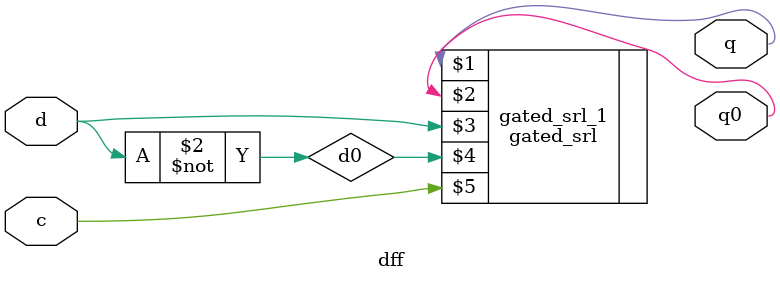
<source format=v>
module dff(q,q0,d,c);
input d,c;
output q,q0;
wire d0;
nand(d0,d,d);
gated_srl gated_srl_1(q,q0,d,d0,c);
endmodule


</source>
